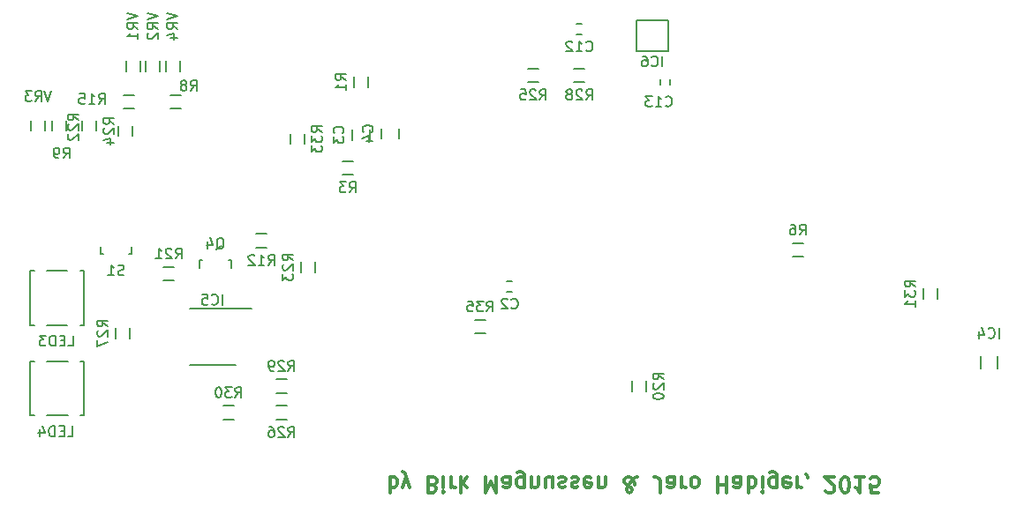
<source format=gbr>
G04 #@! TF.FileFunction,Legend,Bot*
%FSLAX46Y46*%
G04 Gerber Fmt 4.6, Leading zero omitted, Abs format (unit mm)*
G04 Created by KiCad (PCBNEW 4.0.0-rc1-stable) date 18.11.2015 07:04:15*
%MOMM*%
G01*
G04 APERTURE LIST*
%ADD10C,0.020000*%
%ADD11C,0.300000*%
%ADD12C,0.150000*%
G04 APERTURE END LIST*
D10*
D11*
X35509329Y-45498329D02*
X35509329Y-46998329D01*
X35509329Y-46426900D02*
X35652186Y-46498329D01*
X35937900Y-46498329D01*
X36080757Y-46426900D01*
X36152186Y-46355471D01*
X36223615Y-46212614D01*
X36223615Y-45784043D01*
X36152186Y-45641186D01*
X36080757Y-45569757D01*
X35937900Y-45498329D01*
X35652186Y-45498329D01*
X35509329Y-45569757D01*
X36723615Y-46498329D02*
X37080758Y-45498329D01*
X37437900Y-46498329D02*
X37080758Y-45498329D01*
X36937900Y-45141186D01*
X36866472Y-45069757D01*
X36723615Y-44998329D01*
X39652186Y-46284043D02*
X39866472Y-46212614D01*
X39937900Y-46141186D01*
X40009329Y-45998329D01*
X40009329Y-45784043D01*
X39937900Y-45641186D01*
X39866472Y-45569757D01*
X39723614Y-45498329D01*
X39152186Y-45498329D01*
X39152186Y-46998329D01*
X39652186Y-46998329D01*
X39795043Y-46926900D01*
X39866472Y-46855471D01*
X39937900Y-46712614D01*
X39937900Y-46569757D01*
X39866472Y-46426900D01*
X39795043Y-46355471D01*
X39652186Y-46284043D01*
X39152186Y-46284043D01*
X40652186Y-45498329D02*
X40652186Y-46498329D01*
X40652186Y-46998329D02*
X40580757Y-46926900D01*
X40652186Y-46855471D01*
X40723614Y-46926900D01*
X40652186Y-46998329D01*
X40652186Y-46855471D01*
X41366472Y-45498329D02*
X41366472Y-46498329D01*
X41366472Y-46212614D02*
X41437900Y-46355471D01*
X41509329Y-46426900D01*
X41652186Y-46498329D01*
X41795043Y-46498329D01*
X42295043Y-45498329D02*
X42295043Y-46998329D01*
X42437900Y-46069757D02*
X42866471Y-45498329D01*
X42866471Y-46498329D02*
X42295043Y-45926900D01*
X44652186Y-45498329D02*
X44652186Y-46998329D01*
X45152186Y-45926900D01*
X45652186Y-46998329D01*
X45652186Y-45498329D01*
X47009329Y-45498329D02*
X47009329Y-46284043D01*
X46937900Y-46426900D01*
X46795043Y-46498329D01*
X46509329Y-46498329D01*
X46366472Y-46426900D01*
X47009329Y-45569757D02*
X46866472Y-45498329D01*
X46509329Y-45498329D01*
X46366472Y-45569757D01*
X46295043Y-45712614D01*
X46295043Y-45855471D01*
X46366472Y-45998329D01*
X46509329Y-46069757D01*
X46866472Y-46069757D01*
X47009329Y-46141186D01*
X48366472Y-46498329D02*
X48366472Y-45284043D01*
X48295043Y-45141186D01*
X48223615Y-45069757D01*
X48080758Y-44998329D01*
X47866472Y-44998329D01*
X47723615Y-45069757D01*
X48366472Y-45569757D02*
X48223615Y-45498329D01*
X47937901Y-45498329D01*
X47795043Y-45569757D01*
X47723615Y-45641186D01*
X47652186Y-45784043D01*
X47652186Y-46212614D01*
X47723615Y-46355471D01*
X47795043Y-46426900D01*
X47937901Y-46498329D01*
X48223615Y-46498329D01*
X48366472Y-46426900D01*
X49080758Y-46498329D02*
X49080758Y-45498329D01*
X49080758Y-46355471D02*
X49152186Y-46426900D01*
X49295044Y-46498329D01*
X49509329Y-46498329D01*
X49652186Y-46426900D01*
X49723615Y-46284043D01*
X49723615Y-45498329D01*
X51080758Y-46498329D02*
X51080758Y-45498329D01*
X50437901Y-46498329D02*
X50437901Y-45712614D01*
X50509329Y-45569757D01*
X50652187Y-45498329D01*
X50866472Y-45498329D01*
X51009329Y-45569757D01*
X51080758Y-45641186D01*
X51723615Y-45569757D02*
X51866472Y-45498329D01*
X52152187Y-45498329D01*
X52295044Y-45569757D01*
X52366472Y-45712614D01*
X52366472Y-45784043D01*
X52295044Y-45926900D01*
X52152187Y-45998329D01*
X51937901Y-45998329D01*
X51795044Y-46069757D01*
X51723615Y-46212614D01*
X51723615Y-46284043D01*
X51795044Y-46426900D01*
X51937901Y-46498329D01*
X52152187Y-46498329D01*
X52295044Y-46426900D01*
X52937901Y-45569757D02*
X53080758Y-45498329D01*
X53366473Y-45498329D01*
X53509330Y-45569757D01*
X53580758Y-45712614D01*
X53580758Y-45784043D01*
X53509330Y-45926900D01*
X53366473Y-45998329D01*
X53152187Y-45998329D01*
X53009330Y-46069757D01*
X52937901Y-46212614D01*
X52937901Y-46284043D01*
X53009330Y-46426900D01*
X53152187Y-46498329D01*
X53366473Y-46498329D01*
X53509330Y-46426900D01*
X54795044Y-45569757D02*
X54652187Y-45498329D01*
X54366473Y-45498329D01*
X54223616Y-45569757D01*
X54152187Y-45712614D01*
X54152187Y-46284043D01*
X54223616Y-46426900D01*
X54366473Y-46498329D01*
X54652187Y-46498329D01*
X54795044Y-46426900D01*
X54866473Y-46284043D01*
X54866473Y-46141186D01*
X54152187Y-45998329D01*
X55509330Y-46498329D02*
X55509330Y-45498329D01*
X55509330Y-46355471D02*
X55580758Y-46426900D01*
X55723616Y-46498329D01*
X55937901Y-46498329D01*
X56080758Y-46426900D01*
X56152187Y-46284043D01*
X56152187Y-45498329D01*
X59223616Y-45498329D02*
X59152187Y-45498329D01*
X59009330Y-45569757D01*
X58795044Y-45784043D01*
X58437901Y-46212614D01*
X58295044Y-46426900D01*
X58223616Y-46641186D01*
X58223616Y-46784043D01*
X58295044Y-46926900D01*
X58437901Y-46998329D01*
X58509330Y-46998329D01*
X58652187Y-46926900D01*
X58723616Y-46784043D01*
X58723616Y-46712614D01*
X58652187Y-46569757D01*
X58580758Y-46498329D01*
X58152187Y-46212614D01*
X58080758Y-46141186D01*
X58009330Y-45998329D01*
X58009330Y-45784043D01*
X58080758Y-45641186D01*
X58152187Y-45569757D01*
X58295044Y-45498329D01*
X58509330Y-45498329D01*
X58652187Y-45569757D01*
X58723616Y-45641186D01*
X58937901Y-45926900D01*
X59009330Y-46141186D01*
X59009330Y-46284043D01*
X61437901Y-46998329D02*
X61437901Y-45926900D01*
X61366473Y-45712614D01*
X61223616Y-45569757D01*
X61009330Y-45498329D01*
X60866473Y-45498329D01*
X62795044Y-45498329D02*
X62795044Y-46284043D01*
X62723615Y-46426900D01*
X62580758Y-46498329D01*
X62295044Y-46498329D01*
X62152187Y-46426900D01*
X62795044Y-45569757D02*
X62652187Y-45498329D01*
X62295044Y-45498329D01*
X62152187Y-45569757D01*
X62080758Y-45712614D01*
X62080758Y-45855471D01*
X62152187Y-45998329D01*
X62295044Y-46069757D01*
X62652187Y-46069757D01*
X62795044Y-46141186D01*
X63509330Y-45498329D02*
X63509330Y-46498329D01*
X63509330Y-46212614D02*
X63580758Y-46355471D01*
X63652187Y-46426900D01*
X63795044Y-46498329D01*
X63937901Y-46498329D01*
X64652187Y-45498329D02*
X64509329Y-45569757D01*
X64437901Y-45641186D01*
X64366472Y-45784043D01*
X64366472Y-46212614D01*
X64437901Y-46355471D01*
X64509329Y-46426900D01*
X64652187Y-46498329D01*
X64866472Y-46498329D01*
X65009329Y-46426900D01*
X65080758Y-46355471D01*
X65152187Y-46212614D01*
X65152187Y-45784043D01*
X65080758Y-45641186D01*
X65009329Y-45569757D01*
X64866472Y-45498329D01*
X64652187Y-45498329D01*
X66937901Y-45498329D02*
X66937901Y-46998329D01*
X66937901Y-46284043D02*
X67795044Y-46284043D01*
X67795044Y-45498329D02*
X67795044Y-46998329D01*
X69152187Y-45498329D02*
X69152187Y-46284043D01*
X69080758Y-46426900D01*
X68937901Y-46498329D01*
X68652187Y-46498329D01*
X68509330Y-46426900D01*
X69152187Y-45569757D02*
X69009330Y-45498329D01*
X68652187Y-45498329D01*
X68509330Y-45569757D01*
X68437901Y-45712614D01*
X68437901Y-45855471D01*
X68509330Y-45998329D01*
X68652187Y-46069757D01*
X69009330Y-46069757D01*
X69152187Y-46141186D01*
X69866473Y-45498329D02*
X69866473Y-46998329D01*
X69866473Y-46426900D02*
X70009330Y-46498329D01*
X70295044Y-46498329D01*
X70437901Y-46426900D01*
X70509330Y-46355471D01*
X70580759Y-46212614D01*
X70580759Y-45784043D01*
X70509330Y-45641186D01*
X70437901Y-45569757D01*
X70295044Y-45498329D01*
X70009330Y-45498329D01*
X69866473Y-45569757D01*
X71223616Y-45498329D02*
X71223616Y-46498329D01*
X71223616Y-46998329D02*
X71152187Y-46926900D01*
X71223616Y-46855471D01*
X71295044Y-46926900D01*
X71223616Y-46998329D01*
X71223616Y-46855471D01*
X72580759Y-46498329D02*
X72580759Y-45284043D01*
X72509330Y-45141186D01*
X72437902Y-45069757D01*
X72295045Y-44998329D01*
X72080759Y-44998329D01*
X71937902Y-45069757D01*
X72580759Y-45569757D02*
X72437902Y-45498329D01*
X72152188Y-45498329D01*
X72009330Y-45569757D01*
X71937902Y-45641186D01*
X71866473Y-45784043D01*
X71866473Y-46212614D01*
X71937902Y-46355471D01*
X72009330Y-46426900D01*
X72152188Y-46498329D01*
X72437902Y-46498329D01*
X72580759Y-46426900D01*
X73866473Y-45569757D02*
X73723616Y-45498329D01*
X73437902Y-45498329D01*
X73295045Y-45569757D01*
X73223616Y-45712614D01*
X73223616Y-46284043D01*
X73295045Y-46426900D01*
X73437902Y-46498329D01*
X73723616Y-46498329D01*
X73866473Y-46426900D01*
X73937902Y-46284043D01*
X73937902Y-46141186D01*
X73223616Y-45998329D01*
X74580759Y-45498329D02*
X74580759Y-46498329D01*
X74580759Y-46212614D02*
X74652187Y-46355471D01*
X74723616Y-46426900D01*
X74866473Y-46498329D01*
X75009330Y-46498329D01*
X75580758Y-45569757D02*
X75580758Y-45498329D01*
X75509330Y-45355471D01*
X75437901Y-45284043D01*
X77295044Y-46855471D02*
X77366473Y-46926900D01*
X77509330Y-46998329D01*
X77866473Y-46998329D01*
X78009330Y-46926900D01*
X78080759Y-46855471D01*
X78152187Y-46712614D01*
X78152187Y-46569757D01*
X78080759Y-46355471D01*
X77223616Y-45498329D01*
X78152187Y-45498329D01*
X79080758Y-46998329D02*
X79223615Y-46998329D01*
X79366472Y-46926900D01*
X79437901Y-46855471D01*
X79509330Y-46712614D01*
X79580758Y-46426900D01*
X79580758Y-46069757D01*
X79509330Y-45784043D01*
X79437901Y-45641186D01*
X79366472Y-45569757D01*
X79223615Y-45498329D01*
X79080758Y-45498329D01*
X78937901Y-45569757D01*
X78866472Y-45641186D01*
X78795044Y-45784043D01*
X78723615Y-46069757D01*
X78723615Y-46426900D01*
X78795044Y-46712614D01*
X78866472Y-46855471D01*
X78937901Y-46926900D01*
X79080758Y-46998329D01*
X81009329Y-45498329D02*
X80152186Y-45498329D01*
X80580758Y-45498329D02*
X80580758Y-46998329D01*
X80437901Y-46784043D01*
X80295043Y-46641186D01*
X80152186Y-46569757D01*
X82366472Y-46998329D02*
X81652186Y-46998329D01*
X81580757Y-46284043D01*
X81652186Y-46355471D01*
X81795043Y-46426900D01*
X82152186Y-46426900D01*
X82295043Y-46355471D01*
X82366472Y-46284043D01*
X82437900Y-46141186D01*
X82437900Y-45784043D01*
X82366472Y-45641186D01*
X82295043Y-45569757D01*
X82152186Y-45498329D01*
X81795043Y-45498329D01*
X81652186Y-45569757D01*
X81580757Y-45641186D01*
D12*
X1394100Y-39620500D02*
X994100Y-39620500D01*
X994100Y-39620500D02*
X994100Y-34420500D01*
X994100Y-34420500D02*
X1394100Y-34420500D01*
X4594100Y-39620500D02*
X2594100Y-39620500D01*
X4594100Y-34420500D02*
X2594100Y-34420500D01*
X5794100Y-39620500D02*
X6194100Y-39620500D01*
X6194100Y-39620500D02*
X6194100Y-34420500D01*
X6194100Y-34420500D02*
X5794100Y-34420500D01*
X1381400Y-30921000D02*
X981400Y-30921000D01*
X981400Y-30921000D02*
X981400Y-25721000D01*
X981400Y-25721000D02*
X1381400Y-25721000D01*
X4581400Y-30921000D02*
X2581400Y-30921000D01*
X4581400Y-25721000D02*
X2581400Y-25721000D01*
X5781400Y-30921000D02*
X6181400Y-30921000D01*
X6181400Y-30921000D02*
X6181400Y-25721000D01*
X6181400Y-25721000D02*
X5781400Y-25721000D01*
X25956900Y-12542900D02*
X25956900Y-13542900D01*
X27306900Y-13542900D02*
X27306900Y-12542900D01*
X92167900Y-35136900D02*
X92167900Y-33936900D01*
X93767900Y-33936900D02*
X93767900Y-35136900D01*
X14018900Y-5557900D02*
X14018900Y-6557900D01*
X15368900Y-6557900D02*
X15368900Y-5557900D01*
X2414900Y-12272900D02*
X2414900Y-11272900D01*
X1064900Y-11272900D02*
X1064900Y-12272900D01*
X13463900Y-6557900D02*
X13463900Y-5557900D01*
X12113900Y-5557900D02*
X12113900Y-6557900D01*
X11558900Y-6557900D02*
X11558900Y-5557900D01*
X10208900Y-5557900D02*
X10208900Y-6557900D01*
X10532060Y-24107140D02*
X10483800Y-24107140D01*
X7733080Y-23406100D02*
X7733080Y-24107140D01*
X7733080Y-24107140D02*
X7982000Y-24107140D01*
X10532060Y-24107140D02*
X10732720Y-24107140D01*
X10732720Y-24107140D02*
X10732720Y-23406100D01*
X43657900Y-31751900D02*
X44657900Y-31751900D01*
X44657900Y-30401900D02*
X43657900Y-30401900D01*
X88012900Y-28401900D02*
X88012900Y-27401900D01*
X86662900Y-27401900D02*
X86662900Y-28401900D01*
X19527900Y-40006900D02*
X20527900Y-40006900D01*
X20527900Y-38656900D02*
X19527900Y-38656900D01*
X24607900Y-37466900D02*
X25607900Y-37466900D01*
X25607900Y-36116900D02*
X24607900Y-36116900D01*
X54182900Y-6271900D02*
X53182900Y-6271900D01*
X53182900Y-7621900D02*
X54182900Y-7621900D01*
X10542900Y-32211900D02*
X10542900Y-31211900D01*
X9192900Y-31211900D02*
X9192900Y-32211900D01*
X25607900Y-38656900D02*
X24607900Y-38656900D01*
X24607900Y-40006900D02*
X25607900Y-40006900D01*
X49737900Y-6271900D02*
X48737900Y-6271900D01*
X48737900Y-7621900D02*
X49737900Y-7621900D01*
X10796900Y-12780900D02*
X10796900Y-11780900D01*
X9446900Y-11780900D02*
X9446900Y-12780900D01*
X28322900Y-25861900D02*
X28322900Y-24861900D01*
X26972900Y-24861900D02*
X26972900Y-25861900D01*
X6017900Y-11272900D02*
X6017900Y-12272900D01*
X7367900Y-12272900D02*
X7367900Y-11272900D01*
X13812900Y-26671900D02*
X14812900Y-26671900D01*
X14812900Y-25321900D02*
X13812900Y-25321900D01*
X58722900Y-36291900D02*
X58722900Y-37291900D01*
X60072900Y-37291900D02*
X60072900Y-36291900D01*
X11002900Y-8811900D02*
X10002900Y-8811900D01*
X10002900Y-10161900D02*
X11002900Y-10161900D01*
X23702900Y-22146900D02*
X22702900Y-22146900D01*
X22702900Y-23496900D02*
X23702900Y-23496900D01*
X3096900Y-11272900D02*
X3096900Y-12272900D01*
X4446900Y-12272900D02*
X4446900Y-11272900D01*
X15447900Y-8811900D02*
X14447900Y-8811900D01*
X14447900Y-10161900D02*
X15447900Y-10161900D01*
X74137900Y-24385900D02*
X75137900Y-24385900D01*
X75137900Y-23035900D02*
X74137900Y-23035900D01*
X31957900Y-15161900D02*
X30957900Y-15161900D01*
X30957900Y-16511900D02*
X31957900Y-16511900D01*
X33402900Y-8081900D02*
X33402900Y-7081900D01*
X32052900Y-7081900D02*
X32052900Y-8081900D01*
X17458740Y-24711660D02*
X17507000Y-24711660D01*
X20257720Y-25412700D02*
X20257720Y-24711660D01*
X20257720Y-24711660D02*
X20008800Y-24711660D01*
X17458740Y-24711660D02*
X17258080Y-24711660D01*
X17258080Y-24711660D02*
X17258080Y-25412700D01*
X62167900Y-4636900D02*
X62167900Y-1636900D01*
X62167900Y-1636900D02*
X59167900Y-1636900D01*
X59167900Y-1636900D02*
X59167900Y-4636900D01*
X59167900Y-4636900D02*
X62167900Y-4636900D01*
X20687900Y-34796900D02*
X16287900Y-34796900D01*
X22262900Y-29346900D02*
X16287900Y-29346900D01*
X61462900Y-7831900D02*
X61462900Y-7331900D01*
X62412900Y-7331900D02*
X62412900Y-7831900D01*
X53932900Y-2976900D02*
X53432900Y-2976900D01*
X53432900Y-2026900D02*
X53932900Y-2026900D01*
X34671900Y-13034900D02*
X34671900Y-12034900D01*
X36371900Y-12034900D02*
X36371900Y-13034900D01*
X31877900Y-13161900D02*
X31877900Y-12161900D01*
X33577900Y-12161900D02*
X33577900Y-13161900D01*
X47237900Y-27696900D02*
X46737900Y-27696900D01*
X46737900Y-26746900D02*
X47237900Y-26746900D01*
X4598847Y-41638481D02*
X5075038Y-41638481D01*
X5075038Y-40638481D01*
X4265514Y-41114671D02*
X3932180Y-41114671D01*
X3789323Y-41638481D02*
X4265514Y-41638481D01*
X4265514Y-40638481D01*
X3789323Y-40638481D01*
X3360752Y-41638481D02*
X3360752Y-40638481D01*
X3122657Y-40638481D01*
X2979799Y-40686100D01*
X2884561Y-40781338D01*
X2836942Y-40876576D01*
X2789323Y-41067052D01*
X2789323Y-41209910D01*
X2836942Y-41400386D01*
X2884561Y-41495624D01*
X2979799Y-41590862D01*
X3122657Y-41638481D01*
X3360752Y-41638481D01*
X1932180Y-40971814D02*
X1932180Y-41638481D01*
X2170276Y-40590862D02*
X2408371Y-41305148D01*
X1789323Y-41305148D01*
X4649647Y-32938981D02*
X5125838Y-32938981D01*
X5125838Y-31938981D01*
X4316314Y-32415171D02*
X3982980Y-32415171D01*
X3840123Y-32938981D02*
X4316314Y-32938981D01*
X4316314Y-31938981D01*
X3840123Y-31938981D01*
X3411552Y-32938981D02*
X3411552Y-31938981D01*
X3173457Y-31938981D01*
X3030599Y-31986600D01*
X2935361Y-32081838D01*
X2887742Y-32177076D01*
X2840123Y-32367552D01*
X2840123Y-32510410D01*
X2887742Y-32700886D01*
X2935361Y-32796124D01*
X3030599Y-32891362D01*
X3173457Y-32938981D01*
X3411552Y-32938981D01*
X2506790Y-31938981D02*
X1887742Y-31938981D01*
X2221076Y-32319933D01*
X2078218Y-32319933D01*
X1982980Y-32367552D01*
X1935361Y-32415171D01*
X1887742Y-32510410D01*
X1887742Y-32748505D01*
X1935361Y-32843743D01*
X1982980Y-32891362D01*
X2078218Y-32938981D01*
X2363933Y-32938981D01*
X2459171Y-32891362D01*
X2506790Y-32843743D01*
X28984281Y-12400043D02*
X28508090Y-12066709D01*
X28984281Y-11828614D02*
X27984281Y-11828614D01*
X27984281Y-12209567D01*
X28031900Y-12304805D01*
X28079519Y-12352424D01*
X28174757Y-12400043D01*
X28317614Y-12400043D01*
X28412852Y-12352424D01*
X28460471Y-12304805D01*
X28508090Y-12209567D01*
X28508090Y-11828614D01*
X27984281Y-12733376D02*
X27984281Y-13352424D01*
X28365233Y-13019090D01*
X28365233Y-13161948D01*
X28412852Y-13257186D01*
X28460471Y-13304805D01*
X28555710Y-13352424D01*
X28793805Y-13352424D01*
X28889043Y-13304805D01*
X28936662Y-13257186D01*
X28984281Y-13161948D01*
X28984281Y-12876233D01*
X28936662Y-12780995D01*
X28889043Y-12733376D01*
X27984281Y-13685757D02*
X27984281Y-14304805D01*
X28365233Y-13971471D01*
X28365233Y-14114329D01*
X28412852Y-14209567D01*
X28460471Y-14257186D01*
X28555710Y-14304805D01*
X28793805Y-14304805D01*
X28889043Y-14257186D01*
X28936662Y-14209567D01*
X28984281Y-14114329D01*
X28984281Y-13828614D01*
X28936662Y-13733376D01*
X28889043Y-13685757D01*
X93944090Y-32189281D02*
X93944090Y-31189281D01*
X92896471Y-32094043D02*
X92944090Y-32141662D01*
X93086947Y-32189281D01*
X93182185Y-32189281D01*
X93325043Y-32141662D01*
X93420281Y-32046424D01*
X93467900Y-31951186D01*
X93515519Y-31760710D01*
X93515519Y-31617852D01*
X93467900Y-31427376D01*
X93420281Y-31332138D01*
X93325043Y-31236900D01*
X93182185Y-31189281D01*
X93086947Y-31189281D01*
X92944090Y-31236900D01*
X92896471Y-31284519D01*
X92039328Y-31522614D02*
X92039328Y-32189281D01*
X92277424Y-31141662D02*
X92515519Y-31855948D01*
X91896471Y-31855948D01*
X14146281Y-938376D02*
X15146281Y-1271709D01*
X14146281Y-1605043D01*
X15146281Y-2509805D02*
X14670090Y-2176471D01*
X15146281Y-1938376D02*
X14146281Y-1938376D01*
X14146281Y-2319329D01*
X14193900Y-2414567D01*
X14241519Y-2462186D01*
X14336757Y-2509805D01*
X14479614Y-2509805D01*
X14574852Y-2462186D01*
X14622471Y-2414567D01*
X14670090Y-2319329D01*
X14670090Y-1938376D01*
X14479614Y-3366948D02*
X15146281Y-3366948D01*
X14098662Y-3128852D02*
X14812948Y-2890757D01*
X14812948Y-3509805D01*
X3049424Y-8431281D02*
X2716091Y-9431281D01*
X2382757Y-8431281D01*
X1477995Y-9431281D02*
X1811329Y-8955090D01*
X2049424Y-9431281D02*
X2049424Y-8431281D01*
X1668471Y-8431281D01*
X1573233Y-8478900D01*
X1525614Y-8526519D01*
X1477995Y-8621757D01*
X1477995Y-8764614D01*
X1525614Y-8859852D01*
X1573233Y-8907471D01*
X1668471Y-8955090D01*
X2049424Y-8955090D01*
X1144662Y-8431281D02*
X525614Y-8431281D01*
X858948Y-8812233D01*
X716090Y-8812233D01*
X620852Y-8859852D01*
X573233Y-8907471D01*
X525614Y-9002710D01*
X525614Y-9240805D01*
X573233Y-9336043D01*
X620852Y-9383662D01*
X716090Y-9431281D01*
X1001805Y-9431281D01*
X1097043Y-9383662D01*
X1144662Y-9336043D01*
X12241281Y-938376D02*
X13241281Y-1271709D01*
X12241281Y-1605043D01*
X13241281Y-2509805D02*
X12765090Y-2176471D01*
X13241281Y-1938376D02*
X12241281Y-1938376D01*
X12241281Y-2319329D01*
X12288900Y-2414567D01*
X12336519Y-2462186D01*
X12431757Y-2509805D01*
X12574614Y-2509805D01*
X12669852Y-2462186D01*
X12717471Y-2414567D01*
X12765090Y-2319329D01*
X12765090Y-1938376D01*
X12336519Y-2890757D02*
X12288900Y-2938376D01*
X12241281Y-3033614D01*
X12241281Y-3271710D01*
X12288900Y-3366948D01*
X12336519Y-3414567D01*
X12431757Y-3462186D01*
X12526995Y-3462186D01*
X12669852Y-3414567D01*
X13241281Y-2843138D01*
X13241281Y-3462186D01*
X10336281Y-938376D02*
X11336281Y-1271709D01*
X10336281Y-1605043D01*
X11336281Y-2509805D02*
X10860090Y-2176471D01*
X11336281Y-1938376D02*
X10336281Y-1938376D01*
X10336281Y-2319329D01*
X10383900Y-2414567D01*
X10431519Y-2462186D01*
X10526757Y-2509805D01*
X10669614Y-2509805D01*
X10764852Y-2462186D01*
X10812471Y-2414567D01*
X10860090Y-2319329D01*
X10860090Y-1938376D01*
X11336281Y-3462186D02*
X11336281Y-2890757D01*
X11336281Y-3176471D02*
X10336281Y-3176471D01*
X10479138Y-3081233D01*
X10574376Y-2985995D01*
X10621995Y-2890757D01*
X9994805Y-26111662D02*
X9851948Y-26159281D01*
X9613852Y-26159281D01*
X9518614Y-26111662D01*
X9470995Y-26064043D01*
X9423376Y-25968805D01*
X9423376Y-25873567D01*
X9470995Y-25778329D01*
X9518614Y-25730710D01*
X9613852Y-25683090D01*
X9804329Y-25635471D01*
X9899567Y-25587852D01*
X9947186Y-25540233D01*
X9994805Y-25444995D01*
X9994805Y-25349757D01*
X9947186Y-25254519D01*
X9899567Y-25206900D01*
X9804329Y-25159281D01*
X9566233Y-25159281D01*
X9423376Y-25206900D01*
X8470995Y-26159281D02*
X9042424Y-26159281D01*
X8756710Y-26159281D02*
X8756710Y-25159281D01*
X8851948Y-25302138D01*
X8947186Y-25397376D01*
X9042424Y-25444995D01*
X44800757Y-29629281D02*
X45134091Y-29153090D01*
X45372186Y-29629281D02*
X45372186Y-28629281D01*
X44991233Y-28629281D01*
X44895995Y-28676900D01*
X44848376Y-28724519D01*
X44800757Y-28819757D01*
X44800757Y-28962614D01*
X44848376Y-29057852D01*
X44895995Y-29105471D01*
X44991233Y-29153090D01*
X45372186Y-29153090D01*
X44467424Y-28629281D02*
X43848376Y-28629281D01*
X44181710Y-29010233D01*
X44038852Y-29010233D01*
X43943614Y-29057852D01*
X43895995Y-29105471D01*
X43848376Y-29200710D01*
X43848376Y-29438805D01*
X43895995Y-29534043D01*
X43943614Y-29581662D01*
X44038852Y-29629281D01*
X44324567Y-29629281D01*
X44419805Y-29581662D01*
X44467424Y-29534043D01*
X42943614Y-28629281D02*
X43419805Y-28629281D01*
X43467424Y-29105471D01*
X43419805Y-29057852D01*
X43324567Y-29010233D01*
X43086471Y-29010233D01*
X42991233Y-29057852D01*
X42943614Y-29105471D01*
X42895995Y-29200710D01*
X42895995Y-29438805D01*
X42943614Y-29534043D01*
X42991233Y-29581662D01*
X43086471Y-29629281D01*
X43324567Y-29629281D01*
X43419805Y-29581662D01*
X43467424Y-29534043D01*
X85890281Y-27259043D02*
X85414090Y-26925709D01*
X85890281Y-26687614D02*
X84890281Y-26687614D01*
X84890281Y-27068567D01*
X84937900Y-27163805D01*
X84985519Y-27211424D01*
X85080757Y-27259043D01*
X85223614Y-27259043D01*
X85318852Y-27211424D01*
X85366471Y-27163805D01*
X85414090Y-27068567D01*
X85414090Y-26687614D01*
X84890281Y-27592376D02*
X84890281Y-28211424D01*
X85271233Y-27878090D01*
X85271233Y-28020948D01*
X85318852Y-28116186D01*
X85366471Y-28163805D01*
X85461710Y-28211424D01*
X85699805Y-28211424D01*
X85795043Y-28163805D01*
X85842662Y-28116186D01*
X85890281Y-28020948D01*
X85890281Y-27735233D01*
X85842662Y-27639995D01*
X85795043Y-27592376D01*
X85890281Y-29163805D02*
X85890281Y-28592376D01*
X85890281Y-28878090D02*
X84890281Y-28878090D01*
X85033138Y-28782852D01*
X85128376Y-28687614D01*
X85175995Y-28592376D01*
X20670757Y-37884281D02*
X21004091Y-37408090D01*
X21242186Y-37884281D02*
X21242186Y-36884281D01*
X20861233Y-36884281D01*
X20765995Y-36931900D01*
X20718376Y-36979519D01*
X20670757Y-37074757D01*
X20670757Y-37217614D01*
X20718376Y-37312852D01*
X20765995Y-37360471D01*
X20861233Y-37408090D01*
X21242186Y-37408090D01*
X20337424Y-36884281D02*
X19718376Y-36884281D01*
X20051710Y-37265233D01*
X19908852Y-37265233D01*
X19813614Y-37312852D01*
X19765995Y-37360471D01*
X19718376Y-37455710D01*
X19718376Y-37693805D01*
X19765995Y-37789043D01*
X19813614Y-37836662D01*
X19908852Y-37884281D01*
X20194567Y-37884281D01*
X20289805Y-37836662D01*
X20337424Y-37789043D01*
X19099329Y-36884281D02*
X19004090Y-36884281D01*
X18908852Y-36931900D01*
X18861233Y-36979519D01*
X18813614Y-37074757D01*
X18765995Y-37265233D01*
X18765995Y-37503329D01*
X18813614Y-37693805D01*
X18861233Y-37789043D01*
X18908852Y-37836662D01*
X19004090Y-37884281D01*
X19099329Y-37884281D01*
X19194567Y-37836662D01*
X19242186Y-37789043D01*
X19289805Y-37693805D01*
X19337424Y-37503329D01*
X19337424Y-37265233D01*
X19289805Y-37074757D01*
X19242186Y-36979519D01*
X19194567Y-36931900D01*
X19099329Y-36884281D01*
X25750757Y-35344281D02*
X26084091Y-34868090D01*
X26322186Y-35344281D02*
X26322186Y-34344281D01*
X25941233Y-34344281D01*
X25845995Y-34391900D01*
X25798376Y-34439519D01*
X25750757Y-34534757D01*
X25750757Y-34677614D01*
X25798376Y-34772852D01*
X25845995Y-34820471D01*
X25941233Y-34868090D01*
X26322186Y-34868090D01*
X25369805Y-34439519D02*
X25322186Y-34391900D01*
X25226948Y-34344281D01*
X24988852Y-34344281D01*
X24893614Y-34391900D01*
X24845995Y-34439519D01*
X24798376Y-34534757D01*
X24798376Y-34629995D01*
X24845995Y-34772852D01*
X25417424Y-35344281D01*
X24798376Y-35344281D01*
X24322186Y-35344281D02*
X24131710Y-35344281D01*
X24036471Y-35296662D01*
X23988852Y-35249043D01*
X23893614Y-35106186D01*
X23845995Y-34915710D01*
X23845995Y-34534757D01*
X23893614Y-34439519D01*
X23941233Y-34391900D01*
X24036471Y-34344281D01*
X24226948Y-34344281D01*
X24322186Y-34391900D01*
X24369805Y-34439519D01*
X24417424Y-34534757D01*
X24417424Y-34772852D01*
X24369805Y-34868090D01*
X24322186Y-34915710D01*
X24226948Y-34963329D01*
X24036471Y-34963329D01*
X23941233Y-34915710D01*
X23893614Y-34868090D01*
X23845995Y-34772852D01*
X54325757Y-9299281D02*
X54659091Y-8823090D01*
X54897186Y-9299281D02*
X54897186Y-8299281D01*
X54516233Y-8299281D01*
X54420995Y-8346900D01*
X54373376Y-8394519D01*
X54325757Y-8489757D01*
X54325757Y-8632614D01*
X54373376Y-8727852D01*
X54420995Y-8775471D01*
X54516233Y-8823090D01*
X54897186Y-8823090D01*
X53944805Y-8394519D02*
X53897186Y-8346900D01*
X53801948Y-8299281D01*
X53563852Y-8299281D01*
X53468614Y-8346900D01*
X53420995Y-8394519D01*
X53373376Y-8489757D01*
X53373376Y-8584995D01*
X53420995Y-8727852D01*
X53992424Y-9299281D01*
X53373376Y-9299281D01*
X52801948Y-8727852D02*
X52897186Y-8680233D01*
X52944805Y-8632614D01*
X52992424Y-8537376D01*
X52992424Y-8489757D01*
X52944805Y-8394519D01*
X52897186Y-8346900D01*
X52801948Y-8299281D01*
X52611471Y-8299281D01*
X52516233Y-8346900D01*
X52468614Y-8394519D01*
X52420995Y-8489757D01*
X52420995Y-8537376D01*
X52468614Y-8632614D01*
X52516233Y-8680233D01*
X52611471Y-8727852D01*
X52801948Y-8727852D01*
X52897186Y-8775471D01*
X52944805Y-8823090D01*
X52992424Y-8918329D01*
X52992424Y-9108805D01*
X52944805Y-9204043D01*
X52897186Y-9251662D01*
X52801948Y-9299281D01*
X52611471Y-9299281D01*
X52516233Y-9251662D01*
X52468614Y-9204043D01*
X52420995Y-9108805D01*
X52420995Y-8918329D01*
X52468614Y-8823090D01*
X52516233Y-8775471D01*
X52611471Y-8727852D01*
X8420281Y-31069043D02*
X7944090Y-30735709D01*
X8420281Y-30497614D02*
X7420281Y-30497614D01*
X7420281Y-30878567D01*
X7467900Y-30973805D01*
X7515519Y-31021424D01*
X7610757Y-31069043D01*
X7753614Y-31069043D01*
X7848852Y-31021424D01*
X7896471Y-30973805D01*
X7944090Y-30878567D01*
X7944090Y-30497614D01*
X7515519Y-31449995D02*
X7467900Y-31497614D01*
X7420281Y-31592852D01*
X7420281Y-31830948D01*
X7467900Y-31926186D01*
X7515519Y-31973805D01*
X7610757Y-32021424D01*
X7705995Y-32021424D01*
X7848852Y-31973805D01*
X8420281Y-31402376D01*
X8420281Y-32021424D01*
X7420281Y-32354757D02*
X7420281Y-33021424D01*
X8420281Y-32592852D01*
X25750757Y-41684281D02*
X26084091Y-41208090D01*
X26322186Y-41684281D02*
X26322186Y-40684281D01*
X25941233Y-40684281D01*
X25845995Y-40731900D01*
X25798376Y-40779519D01*
X25750757Y-40874757D01*
X25750757Y-41017614D01*
X25798376Y-41112852D01*
X25845995Y-41160471D01*
X25941233Y-41208090D01*
X26322186Y-41208090D01*
X25369805Y-40779519D02*
X25322186Y-40731900D01*
X25226948Y-40684281D01*
X24988852Y-40684281D01*
X24893614Y-40731900D01*
X24845995Y-40779519D01*
X24798376Y-40874757D01*
X24798376Y-40969995D01*
X24845995Y-41112852D01*
X25417424Y-41684281D01*
X24798376Y-41684281D01*
X23941233Y-40684281D02*
X24131710Y-40684281D01*
X24226948Y-40731900D01*
X24274567Y-40779519D01*
X24369805Y-40922376D01*
X24417424Y-41112852D01*
X24417424Y-41493805D01*
X24369805Y-41589043D01*
X24322186Y-41636662D01*
X24226948Y-41684281D01*
X24036471Y-41684281D01*
X23941233Y-41636662D01*
X23893614Y-41589043D01*
X23845995Y-41493805D01*
X23845995Y-41255710D01*
X23893614Y-41160471D01*
X23941233Y-41112852D01*
X24036471Y-41065233D01*
X24226948Y-41065233D01*
X24322186Y-41112852D01*
X24369805Y-41160471D01*
X24417424Y-41255710D01*
X49880757Y-9299281D02*
X50214091Y-8823090D01*
X50452186Y-9299281D02*
X50452186Y-8299281D01*
X50071233Y-8299281D01*
X49975995Y-8346900D01*
X49928376Y-8394519D01*
X49880757Y-8489757D01*
X49880757Y-8632614D01*
X49928376Y-8727852D01*
X49975995Y-8775471D01*
X50071233Y-8823090D01*
X50452186Y-8823090D01*
X49499805Y-8394519D02*
X49452186Y-8346900D01*
X49356948Y-8299281D01*
X49118852Y-8299281D01*
X49023614Y-8346900D01*
X48975995Y-8394519D01*
X48928376Y-8489757D01*
X48928376Y-8584995D01*
X48975995Y-8727852D01*
X49547424Y-9299281D01*
X48928376Y-9299281D01*
X48023614Y-8299281D02*
X48499805Y-8299281D01*
X48547424Y-8775471D01*
X48499805Y-8727852D01*
X48404567Y-8680233D01*
X48166471Y-8680233D01*
X48071233Y-8727852D01*
X48023614Y-8775471D01*
X47975995Y-8870710D01*
X47975995Y-9108805D01*
X48023614Y-9204043D01*
X48071233Y-9251662D01*
X48166471Y-9299281D01*
X48404567Y-9299281D01*
X48499805Y-9251662D01*
X48547424Y-9204043D01*
X9050281Y-11638043D02*
X8574090Y-11304709D01*
X9050281Y-11066614D02*
X8050281Y-11066614D01*
X8050281Y-11447567D01*
X8097900Y-11542805D01*
X8145519Y-11590424D01*
X8240757Y-11638043D01*
X8383614Y-11638043D01*
X8478852Y-11590424D01*
X8526471Y-11542805D01*
X8574090Y-11447567D01*
X8574090Y-11066614D01*
X8145519Y-12018995D02*
X8097900Y-12066614D01*
X8050281Y-12161852D01*
X8050281Y-12399948D01*
X8097900Y-12495186D01*
X8145519Y-12542805D01*
X8240757Y-12590424D01*
X8335995Y-12590424D01*
X8478852Y-12542805D01*
X9050281Y-11971376D01*
X9050281Y-12590424D01*
X8383614Y-13447567D02*
X9050281Y-13447567D01*
X8002662Y-13209471D02*
X8716948Y-12971376D01*
X8716948Y-13590424D01*
X26200281Y-24719043D02*
X25724090Y-24385709D01*
X26200281Y-24147614D02*
X25200281Y-24147614D01*
X25200281Y-24528567D01*
X25247900Y-24623805D01*
X25295519Y-24671424D01*
X25390757Y-24719043D01*
X25533614Y-24719043D01*
X25628852Y-24671424D01*
X25676471Y-24623805D01*
X25724090Y-24528567D01*
X25724090Y-24147614D01*
X25295519Y-25099995D02*
X25247900Y-25147614D01*
X25200281Y-25242852D01*
X25200281Y-25480948D01*
X25247900Y-25576186D01*
X25295519Y-25623805D01*
X25390757Y-25671424D01*
X25485995Y-25671424D01*
X25628852Y-25623805D01*
X26200281Y-25052376D01*
X26200281Y-25671424D01*
X25200281Y-26004757D02*
X25200281Y-26623805D01*
X25581233Y-26290471D01*
X25581233Y-26433329D01*
X25628852Y-26528567D01*
X25676471Y-26576186D01*
X25771710Y-26623805D01*
X26009805Y-26623805D01*
X26105043Y-26576186D01*
X26152662Y-26528567D01*
X26200281Y-26433329D01*
X26200281Y-26147614D01*
X26152662Y-26052376D01*
X26105043Y-26004757D01*
X5621281Y-11257043D02*
X5145090Y-10923709D01*
X5621281Y-10685614D02*
X4621281Y-10685614D01*
X4621281Y-11066567D01*
X4668900Y-11161805D01*
X4716519Y-11209424D01*
X4811757Y-11257043D01*
X4954614Y-11257043D01*
X5049852Y-11209424D01*
X5097471Y-11161805D01*
X5145090Y-11066567D01*
X5145090Y-10685614D01*
X4716519Y-11637995D02*
X4668900Y-11685614D01*
X4621281Y-11780852D01*
X4621281Y-12018948D01*
X4668900Y-12114186D01*
X4716519Y-12161805D01*
X4811757Y-12209424D01*
X4906995Y-12209424D01*
X5049852Y-12161805D01*
X5621281Y-11590376D01*
X5621281Y-12209424D01*
X4716519Y-12590376D02*
X4668900Y-12637995D01*
X4621281Y-12733233D01*
X4621281Y-12971329D01*
X4668900Y-13066567D01*
X4716519Y-13114186D01*
X4811757Y-13161805D01*
X4906995Y-13161805D01*
X5049852Y-13114186D01*
X5621281Y-12542757D01*
X5621281Y-13161805D01*
X14955757Y-24549281D02*
X15289091Y-24073090D01*
X15527186Y-24549281D02*
X15527186Y-23549281D01*
X15146233Y-23549281D01*
X15050995Y-23596900D01*
X15003376Y-23644519D01*
X14955757Y-23739757D01*
X14955757Y-23882614D01*
X15003376Y-23977852D01*
X15050995Y-24025471D01*
X15146233Y-24073090D01*
X15527186Y-24073090D01*
X14574805Y-23644519D02*
X14527186Y-23596900D01*
X14431948Y-23549281D01*
X14193852Y-23549281D01*
X14098614Y-23596900D01*
X14050995Y-23644519D01*
X14003376Y-23739757D01*
X14003376Y-23834995D01*
X14050995Y-23977852D01*
X14622424Y-24549281D01*
X14003376Y-24549281D01*
X13050995Y-24549281D02*
X13622424Y-24549281D01*
X13336710Y-24549281D02*
X13336710Y-23549281D01*
X13431948Y-23692138D01*
X13527186Y-23787376D01*
X13622424Y-23834995D01*
X61750281Y-36149043D02*
X61274090Y-35815709D01*
X61750281Y-35577614D02*
X60750281Y-35577614D01*
X60750281Y-35958567D01*
X60797900Y-36053805D01*
X60845519Y-36101424D01*
X60940757Y-36149043D01*
X61083614Y-36149043D01*
X61178852Y-36101424D01*
X61226471Y-36053805D01*
X61274090Y-35958567D01*
X61274090Y-35577614D01*
X60845519Y-36529995D02*
X60797900Y-36577614D01*
X60750281Y-36672852D01*
X60750281Y-36910948D01*
X60797900Y-37006186D01*
X60845519Y-37053805D01*
X60940757Y-37101424D01*
X61035995Y-37101424D01*
X61178852Y-37053805D01*
X61750281Y-36482376D01*
X61750281Y-37101424D01*
X60750281Y-37720471D02*
X60750281Y-37815710D01*
X60797900Y-37910948D01*
X60845519Y-37958567D01*
X60940757Y-38006186D01*
X61131233Y-38053805D01*
X61369329Y-38053805D01*
X61559805Y-38006186D01*
X61655043Y-37958567D01*
X61702662Y-37910948D01*
X61750281Y-37815710D01*
X61750281Y-37720471D01*
X61702662Y-37625233D01*
X61655043Y-37577614D01*
X61559805Y-37529995D01*
X61369329Y-37482376D01*
X61131233Y-37482376D01*
X60940757Y-37529995D01*
X60845519Y-37577614D01*
X60797900Y-37625233D01*
X60750281Y-37720471D01*
X7589757Y-9685281D02*
X7923091Y-9209090D01*
X8161186Y-9685281D02*
X8161186Y-8685281D01*
X7780233Y-8685281D01*
X7684995Y-8732900D01*
X7637376Y-8780519D01*
X7589757Y-8875757D01*
X7589757Y-9018614D01*
X7637376Y-9113852D01*
X7684995Y-9161471D01*
X7780233Y-9209090D01*
X8161186Y-9209090D01*
X6637376Y-9685281D02*
X7208805Y-9685281D01*
X6923091Y-9685281D02*
X6923091Y-8685281D01*
X7018329Y-8828138D01*
X7113567Y-8923376D01*
X7208805Y-8970995D01*
X5732614Y-8685281D02*
X6208805Y-8685281D01*
X6256424Y-9161471D01*
X6208805Y-9113852D01*
X6113567Y-9066233D01*
X5875471Y-9066233D01*
X5780233Y-9113852D01*
X5732614Y-9161471D01*
X5684995Y-9256710D01*
X5684995Y-9494805D01*
X5732614Y-9590043D01*
X5780233Y-9637662D01*
X5875471Y-9685281D01*
X6113567Y-9685281D01*
X6208805Y-9637662D01*
X6256424Y-9590043D01*
X23845757Y-25174281D02*
X24179091Y-24698090D01*
X24417186Y-25174281D02*
X24417186Y-24174281D01*
X24036233Y-24174281D01*
X23940995Y-24221900D01*
X23893376Y-24269519D01*
X23845757Y-24364757D01*
X23845757Y-24507614D01*
X23893376Y-24602852D01*
X23940995Y-24650471D01*
X24036233Y-24698090D01*
X24417186Y-24698090D01*
X22893376Y-25174281D02*
X23464805Y-25174281D01*
X23179091Y-25174281D02*
X23179091Y-24174281D01*
X23274329Y-24317138D01*
X23369567Y-24412376D01*
X23464805Y-24459995D01*
X22512424Y-24269519D02*
X22464805Y-24221900D01*
X22369567Y-24174281D01*
X22131471Y-24174281D01*
X22036233Y-24221900D01*
X21988614Y-24269519D01*
X21940995Y-24364757D01*
X21940995Y-24459995D01*
X21988614Y-24602852D01*
X22560043Y-25174281D01*
X21940995Y-25174281D01*
X4192566Y-14892281D02*
X4525900Y-14416090D01*
X4763995Y-14892281D02*
X4763995Y-13892281D01*
X4383042Y-13892281D01*
X4287804Y-13939900D01*
X4240185Y-13987519D01*
X4192566Y-14082757D01*
X4192566Y-14225614D01*
X4240185Y-14320852D01*
X4287804Y-14368471D01*
X4383042Y-14416090D01*
X4763995Y-14416090D01*
X3716376Y-14892281D02*
X3525900Y-14892281D01*
X3430661Y-14844662D01*
X3383042Y-14797043D01*
X3287804Y-14654186D01*
X3240185Y-14463710D01*
X3240185Y-14082757D01*
X3287804Y-13987519D01*
X3335423Y-13939900D01*
X3430661Y-13892281D01*
X3621138Y-13892281D01*
X3716376Y-13939900D01*
X3763995Y-13987519D01*
X3811614Y-14082757D01*
X3811614Y-14320852D01*
X3763995Y-14416090D01*
X3716376Y-14463710D01*
X3621138Y-14511329D01*
X3430661Y-14511329D01*
X3335423Y-14463710D01*
X3287804Y-14416090D01*
X3240185Y-14320852D01*
X16384566Y-8415281D02*
X16717900Y-7939090D01*
X16955995Y-8415281D02*
X16955995Y-7415281D01*
X16575042Y-7415281D01*
X16479804Y-7462900D01*
X16432185Y-7510519D01*
X16384566Y-7605757D01*
X16384566Y-7748614D01*
X16432185Y-7843852D01*
X16479804Y-7891471D01*
X16575042Y-7939090D01*
X16955995Y-7939090D01*
X15813138Y-7843852D02*
X15908376Y-7796233D01*
X15955995Y-7748614D01*
X16003614Y-7653376D01*
X16003614Y-7605757D01*
X15955995Y-7510519D01*
X15908376Y-7462900D01*
X15813138Y-7415281D01*
X15622661Y-7415281D01*
X15527423Y-7462900D01*
X15479804Y-7510519D01*
X15432185Y-7605757D01*
X15432185Y-7653376D01*
X15479804Y-7748614D01*
X15527423Y-7796233D01*
X15622661Y-7843852D01*
X15813138Y-7843852D01*
X15908376Y-7891471D01*
X15955995Y-7939090D01*
X16003614Y-8034329D01*
X16003614Y-8224805D01*
X15955995Y-8320043D01*
X15908376Y-8367662D01*
X15813138Y-8415281D01*
X15622661Y-8415281D01*
X15527423Y-8367662D01*
X15479804Y-8320043D01*
X15432185Y-8224805D01*
X15432185Y-8034329D01*
X15479804Y-7939090D01*
X15527423Y-7891471D01*
X15622661Y-7843852D01*
X74804566Y-22263281D02*
X75137900Y-21787090D01*
X75375995Y-22263281D02*
X75375995Y-21263281D01*
X74995042Y-21263281D01*
X74899804Y-21310900D01*
X74852185Y-21358519D01*
X74804566Y-21453757D01*
X74804566Y-21596614D01*
X74852185Y-21691852D01*
X74899804Y-21739471D01*
X74995042Y-21787090D01*
X75375995Y-21787090D01*
X73947423Y-21263281D02*
X74137900Y-21263281D01*
X74233138Y-21310900D01*
X74280757Y-21358519D01*
X74375995Y-21501376D01*
X74423614Y-21691852D01*
X74423614Y-22072805D01*
X74375995Y-22168043D01*
X74328376Y-22215662D01*
X74233138Y-22263281D01*
X74042661Y-22263281D01*
X73947423Y-22215662D01*
X73899804Y-22168043D01*
X73852185Y-22072805D01*
X73852185Y-21834710D01*
X73899804Y-21739471D01*
X73947423Y-21691852D01*
X74042661Y-21644233D01*
X74233138Y-21644233D01*
X74328376Y-21691852D01*
X74375995Y-21739471D01*
X74423614Y-21834710D01*
X31624566Y-18189281D02*
X31957900Y-17713090D01*
X32195995Y-18189281D02*
X32195995Y-17189281D01*
X31815042Y-17189281D01*
X31719804Y-17236900D01*
X31672185Y-17284519D01*
X31624566Y-17379757D01*
X31624566Y-17522614D01*
X31672185Y-17617852D01*
X31719804Y-17665471D01*
X31815042Y-17713090D01*
X32195995Y-17713090D01*
X31291233Y-17189281D02*
X30672185Y-17189281D01*
X31005519Y-17570233D01*
X30862661Y-17570233D01*
X30767423Y-17617852D01*
X30719804Y-17665471D01*
X30672185Y-17760710D01*
X30672185Y-17998805D01*
X30719804Y-18094043D01*
X30767423Y-18141662D01*
X30862661Y-18189281D01*
X31148376Y-18189281D01*
X31243614Y-18141662D01*
X31291233Y-18094043D01*
X31280281Y-7415234D02*
X30804090Y-7081900D01*
X31280281Y-6843805D02*
X30280281Y-6843805D01*
X30280281Y-7224758D01*
X30327900Y-7319996D01*
X30375519Y-7367615D01*
X30470757Y-7415234D01*
X30613614Y-7415234D01*
X30708852Y-7367615D01*
X30756471Y-7319996D01*
X30804090Y-7224758D01*
X30804090Y-6843805D01*
X31280281Y-8367615D02*
X31280281Y-7796186D01*
X31280281Y-8081900D02*
X30280281Y-8081900D01*
X30423138Y-7986662D01*
X30518376Y-7891424D01*
X30565995Y-7796186D01*
X18853138Y-23659519D02*
X18948376Y-23611900D01*
X19043614Y-23516662D01*
X19186471Y-23373805D01*
X19281710Y-23326186D01*
X19376948Y-23326186D01*
X19329329Y-23564281D02*
X19424567Y-23516662D01*
X19519805Y-23421424D01*
X19567424Y-23230948D01*
X19567424Y-22897614D01*
X19519805Y-22707138D01*
X19424567Y-22611900D01*
X19329329Y-22564281D01*
X19138852Y-22564281D01*
X19043614Y-22611900D01*
X18948376Y-22707138D01*
X18900757Y-22897614D01*
X18900757Y-23230948D01*
X18948376Y-23421424D01*
X19043614Y-23516662D01*
X19138852Y-23564281D01*
X19329329Y-23564281D01*
X18043614Y-22897614D02*
X18043614Y-23564281D01*
X18281710Y-22516662D02*
X18519805Y-23230948D01*
X17900757Y-23230948D01*
X61644090Y-6089281D02*
X61644090Y-5089281D01*
X60596471Y-5994043D02*
X60644090Y-6041662D01*
X60786947Y-6089281D01*
X60882185Y-6089281D01*
X61025043Y-6041662D01*
X61120281Y-5946424D01*
X61167900Y-5851186D01*
X61215519Y-5660710D01*
X61215519Y-5517852D01*
X61167900Y-5327376D01*
X61120281Y-5232138D01*
X61025043Y-5136900D01*
X60882185Y-5089281D01*
X60786947Y-5089281D01*
X60644090Y-5136900D01*
X60596471Y-5184519D01*
X59739328Y-5089281D02*
X59929805Y-5089281D01*
X60025043Y-5136900D01*
X60072662Y-5184519D01*
X60167900Y-5327376D01*
X60215519Y-5517852D01*
X60215519Y-5898805D01*
X60167900Y-5994043D01*
X60120281Y-6041662D01*
X60025043Y-6089281D01*
X59834566Y-6089281D01*
X59739328Y-6041662D01*
X59691709Y-5994043D01*
X59644090Y-5898805D01*
X59644090Y-5660710D01*
X59691709Y-5565471D01*
X59739328Y-5517852D01*
X59834566Y-5470233D01*
X60025043Y-5470233D01*
X60120281Y-5517852D01*
X60167900Y-5565471D01*
X60215519Y-5660710D01*
X19464090Y-28974281D02*
X19464090Y-27974281D01*
X18416471Y-28879043D02*
X18464090Y-28926662D01*
X18606947Y-28974281D01*
X18702185Y-28974281D01*
X18845043Y-28926662D01*
X18940281Y-28831424D01*
X18987900Y-28736186D01*
X19035519Y-28545710D01*
X19035519Y-28402852D01*
X18987900Y-28212376D01*
X18940281Y-28117138D01*
X18845043Y-28021900D01*
X18702185Y-27974281D01*
X18606947Y-27974281D01*
X18464090Y-28021900D01*
X18416471Y-28069519D01*
X17511709Y-27974281D02*
X17987900Y-27974281D01*
X18035519Y-28450471D01*
X17987900Y-28402852D01*
X17892662Y-28355233D01*
X17654566Y-28355233D01*
X17559328Y-28402852D01*
X17511709Y-28450471D01*
X17464090Y-28545710D01*
X17464090Y-28783805D01*
X17511709Y-28879043D01*
X17559328Y-28926662D01*
X17654566Y-28974281D01*
X17892662Y-28974281D01*
X17987900Y-28926662D01*
X18035519Y-28879043D01*
X61945757Y-9844043D02*
X61993376Y-9891662D01*
X62136233Y-9939281D01*
X62231471Y-9939281D01*
X62374329Y-9891662D01*
X62469567Y-9796424D01*
X62517186Y-9701186D01*
X62564805Y-9510710D01*
X62564805Y-9367852D01*
X62517186Y-9177376D01*
X62469567Y-9082138D01*
X62374329Y-8986900D01*
X62231471Y-8939281D01*
X62136233Y-8939281D01*
X61993376Y-8986900D01*
X61945757Y-9034519D01*
X60993376Y-9939281D02*
X61564805Y-9939281D01*
X61279091Y-9939281D02*
X61279091Y-8939281D01*
X61374329Y-9082138D01*
X61469567Y-9177376D01*
X61564805Y-9224995D01*
X60660043Y-8939281D02*
X60040995Y-8939281D01*
X60374329Y-9320233D01*
X60231471Y-9320233D01*
X60136233Y-9367852D01*
X60088614Y-9415471D01*
X60040995Y-9510710D01*
X60040995Y-9748805D01*
X60088614Y-9844043D01*
X60136233Y-9891662D01*
X60231471Y-9939281D01*
X60517186Y-9939281D01*
X60612424Y-9891662D01*
X60660043Y-9844043D01*
X54325757Y-4559043D02*
X54373376Y-4606662D01*
X54516233Y-4654281D01*
X54611471Y-4654281D01*
X54754329Y-4606662D01*
X54849567Y-4511424D01*
X54897186Y-4416186D01*
X54944805Y-4225710D01*
X54944805Y-4082852D01*
X54897186Y-3892376D01*
X54849567Y-3797138D01*
X54754329Y-3701900D01*
X54611471Y-3654281D01*
X54516233Y-3654281D01*
X54373376Y-3701900D01*
X54325757Y-3749519D01*
X53373376Y-4654281D02*
X53944805Y-4654281D01*
X53659091Y-4654281D02*
X53659091Y-3654281D01*
X53754329Y-3797138D01*
X53849567Y-3892376D01*
X53944805Y-3939995D01*
X52992424Y-3749519D02*
X52944805Y-3701900D01*
X52849567Y-3654281D01*
X52611471Y-3654281D01*
X52516233Y-3701900D01*
X52468614Y-3749519D01*
X52420995Y-3844757D01*
X52420995Y-3939995D01*
X52468614Y-4082852D01*
X53040043Y-4654281D01*
X52420995Y-4654281D01*
X33779043Y-12368234D02*
X33826662Y-12320615D01*
X33874281Y-12177758D01*
X33874281Y-12082520D01*
X33826662Y-11939662D01*
X33731424Y-11844424D01*
X33636186Y-11796805D01*
X33445710Y-11749186D01*
X33302852Y-11749186D01*
X33112376Y-11796805D01*
X33017138Y-11844424D01*
X32921900Y-11939662D01*
X32874281Y-12082520D01*
X32874281Y-12177758D01*
X32921900Y-12320615D01*
X32969519Y-12368234D01*
X33207614Y-13225377D02*
X33874281Y-13225377D01*
X32826662Y-12987281D02*
X33540948Y-12749186D01*
X33540948Y-13368234D01*
X30985043Y-12495234D02*
X31032662Y-12447615D01*
X31080281Y-12304758D01*
X31080281Y-12209520D01*
X31032662Y-12066662D01*
X30937424Y-11971424D01*
X30842186Y-11923805D01*
X30651710Y-11876186D01*
X30508852Y-11876186D01*
X30318376Y-11923805D01*
X30223138Y-11971424D01*
X30127900Y-12066662D01*
X30080281Y-12209520D01*
X30080281Y-12304758D01*
X30127900Y-12447615D01*
X30175519Y-12495234D01*
X30080281Y-12828567D02*
X30080281Y-13447615D01*
X30461233Y-13114281D01*
X30461233Y-13257139D01*
X30508852Y-13352377D01*
X30556471Y-13399996D01*
X30651710Y-13447615D01*
X30889805Y-13447615D01*
X30985043Y-13399996D01*
X31032662Y-13352377D01*
X31080281Y-13257139D01*
X31080281Y-12971424D01*
X31032662Y-12876186D01*
X30985043Y-12828567D01*
X47154566Y-29279043D02*
X47202185Y-29326662D01*
X47345042Y-29374281D01*
X47440280Y-29374281D01*
X47583138Y-29326662D01*
X47678376Y-29231424D01*
X47725995Y-29136186D01*
X47773614Y-28945710D01*
X47773614Y-28802852D01*
X47725995Y-28612376D01*
X47678376Y-28517138D01*
X47583138Y-28421900D01*
X47440280Y-28374281D01*
X47345042Y-28374281D01*
X47202185Y-28421900D01*
X47154566Y-28469519D01*
X46773614Y-28469519D02*
X46725995Y-28421900D01*
X46630757Y-28374281D01*
X46392661Y-28374281D01*
X46297423Y-28421900D01*
X46249804Y-28469519D01*
X46202185Y-28564757D01*
X46202185Y-28659995D01*
X46249804Y-28802852D01*
X46821233Y-29374281D01*
X46202185Y-29374281D01*
M02*

</source>
